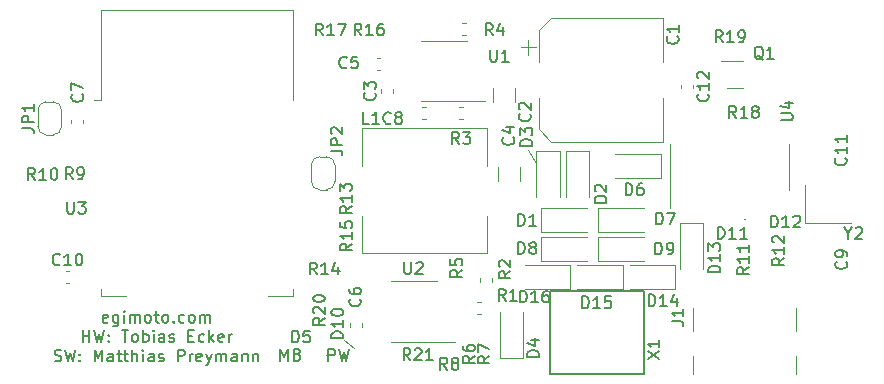
<source format=gto>
G04 #@! TF.GenerationSoftware,KiCad,Pcbnew,5.1.5+dfsg1-2build2*
G04 #@! TF.CreationDate,2023-05-04T15:53:08+02:00*
G04 #@! TF.ProjectId,MBus_to_radio,4d427573-5f74-46f5-9f72-6164696f2e6b,rev?*
G04 #@! TF.SameCoordinates,Original*
G04 #@! TF.FileFunction,Legend,Top*
G04 #@! TF.FilePolarity,Positive*
%FSLAX46Y46*%
G04 Gerber Fmt 4.6, Leading zero omitted, Abs format (unit mm)*
G04 Created by KiCad (PCBNEW 5.1.5+dfsg1-2build2) date 2023-05-04 15:53:08*
%MOMM*%
%LPD*%
G04 APERTURE LIST*
%ADD10C,0.120000*%
%ADD11C,0.150000*%
%ADD12C,0.100000*%
%ADD13C,0.127000*%
G04 APERTURE END LIST*
D10*
X121070000Y-79780000D02*
X120240000Y-79070000D01*
D11*
X114806666Y-80802380D02*
X114806666Y-79802380D01*
X115140000Y-80516666D01*
X115473333Y-79802380D01*
X115473333Y-80802380D01*
X116282857Y-80278571D02*
X116425714Y-80326190D01*
X116473333Y-80373809D01*
X116520952Y-80469047D01*
X116520952Y-80611904D01*
X116473333Y-80707142D01*
X116425714Y-80754761D01*
X116330476Y-80802380D01*
X115949523Y-80802380D01*
X115949523Y-79802380D01*
X116282857Y-79802380D01*
X116378095Y-79850000D01*
X116425714Y-79897619D01*
X116473333Y-79992857D01*
X116473333Y-80088095D01*
X116425714Y-80183333D01*
X116378095Y-80230952D01*
X116282857Y-80278571D01*
X115949523Y-80278571D01*
X118896666Y-80822380D02*
X118896666Y-79822380D01*
X119277619Y-79822380D01*
X119372857Y-79870000D01*
X119420476Y-79917619D01*
X119468095Y-80012857D01*
X119468095Y-80155714D01*
X119420476Y-80250952D01*
X119372857Y-80298571D01*
X119277619Y-80346190D01*
X118896666Y-80346190D01*
X119801428Y-79822380D02*
X120039523Y-80822380D01*
X120230000Y-80108095D01*
X120420476Y-80822380D01*
X120658571Y-79822380D01*
D10*
X135810000Y-62970000D02*
X136460000Y-64040000D01*
D11*
X100217142Y-77534761D02*
X100121904Y-77582380D01*
X99931428Y-77582380D01*
X99836190Y-77534761D01*
X99788571Y-77439523D01*
X99788571Y-77058571D01*
X99836190Y-76963333D01*
X99931428Y-76915714D01*
X100121904Y-76915714D01*
X100217142Y-76963333D01*
X100264761Y-77058571D01*
X100264761Y-77153809D01*
X99788571Y-77249047D01*
X101121904Y-76915714D02*
X101121904Y-77725238D01*
X101074285Y-77820476D01*
X101026666Y-77868095D01*
X100931428Y-77915714D01*
X100788571Y-77915714D01*
X100693333Y-77868095D01*
X101121904Y-77534761D02*
X101026666Y-77582380D01*
X100836190Y-77582380D01*
X100740952Y-77534761D01*
X100693333Y-77487142D01*
X100645714Y-77391904D01*
X100645714Y-77106190D01*
X100693333Y-77010952D01*
X100740952Y-76963333D01*
X100836190Y-76915714D01*
X101026666Y-76915714D01*
X101121904Y-76963333D01*
X101598095Y-77582380D02*
X101598095Y-76915714D01*
X101598095Y-76582380D02*
X101550476Y-76630000D01*
X101598095Y-76677619D01*
X101645714Y-76630000D01*
X101598095Y-76582380D01*
X101598095Y-76677619D01*
X102074285Y-77582380D02*
X102074285Y-76915714D01*
X102074285Y-77010952D02*
X102121904Y-76963333D01*
X102217142Y-76915714D01*
X102360000Y-76915714D01*
X102455238Y-76963333D01*
X102502857Y-77058571D01*
X102502857Y-77582380D01*
X102502857Y-77058571D02*
X102550476Y-76963333D01*
X102645714Y-76915714D01*
X102788571Y-76915714D01*
X102883809Y-76963333D01*
X102931428Y-77058571D01*
X102931428Y-77582380D01*
X103550476Y-77582380D02*
X103455238Y-77534761D01*
X103407619Y-77487142D01*
X103360000Y-77391904D01*
X103360000Y-77106190D01*
X103407619Y-77010952D01*
X103455238Y-76963333D01*
X103550476Y-76915714D01*
X103693333Y-76915714D01*
X103788571Y-76963333D01*
X103836190Y-77010952D01*
X103883809Y-77106190D01*
X103883809Y-77391904D01*
X103836190Y-77487142D01*
X103788571Y-77534761D01*
X103693333Y-77582380D01*
X103550476Y-77582380D01*
X104169523Y-76915714D02*
X104550476Y-76915714D01*
X104312380Y-76582380D02*
X104312380Y-77439523D01*
X104360000Y-77534761D01*
X104455238Y-77582380D01*
X104550476Y-77582380D01*
X105026666Y-77582380D02*
X104931428Y-77534761D01*
X104883809Y-77487142D01*
X104836190Y-77391904D01*
X104836190Y-77106190D01*
X104883809Y-77010952D01*
X104931428Y-76963333D01*
X105026666Y-76915714D01*
X105169523Y-76915714D01*
X105264761Y-76963333D01*
X105312380Y-77010952D01*
X105360000Y-77106190D01*
X105360000Y-77391904D01*
X105312380Y-77487142D01*
X105264761Y-77534761D01*
X105169523Y-77582380D01*
X105026666Y-77582380D01*
X105788571Y-77487142D02*
X105836190Y-77534761D01*
X105788571Y-77582380D01*
X105740952Y-77534761D01*
X105788571Y-77487142D01*
X105788571Y-77582380D01*
X106693333Y-77534761D02*
X106598095Y-77582380D01*
X106407619Y-77582380D01*
X106312380Y-77534761D01*
X106264761Y-77487142D01*
X106217142Y-77391904D01*
X106217142Y-77106190D01*
X106264761Y-77010952D01*
X106312380Y-76963333D01*
X106407619Y-76915714D01*
X106598095Y-76915714D01*
X106693333Y-76963333D01*
X107264761Y-77582380D02*
X107169523Y-77534761D01*
X107121904Y-77487142D01*
X107074285Y-77391904D01*
X107074285Y-77106190D01*
X107121904Y-77010952D01*
X107169523Y-76963333D01*
X107264761Y-76915714D01*
X107407619Y-76915714D01*
X107502857Y-76963333D01*
X107550476Y-77010952D01*
X107598095Y-77106190D01*
X107598095Y-77391904D01*
X107550476Y-77487142D01*
X107502857Y-77534761D01*
X107407619Y-77582380D01*
X107264761Y-77582380D01*
X108026666Y-77582380D02*
X108026666Y-76915714D01*
X108026666Y-77010952D02*
X108074285Y-76963333D01*
X108169523Y-76915714D01*
X108312380Y-76915714D01*
X108407619Y-76963333D01*
X108455238Y-77058571D01*
X108455238Y-77582380D01*
X108455238Y-77058571D02*
X108502857Y-76963333D01*
X108598095Y-76915714D01*
X108740952Y-76915714D01*
X108836190Y-76963333D01*
X108883809Y-77058571D01*
X108883809Y-77582380D01*
X98098095Y-79232380D02*
X98098095Y-78232380D01*
X98098095Y-78708571D02*
X98669523Y-78708571D01*
X98669523Y-79232380D02*
X98669523Y-78232380D01*
X99050476Y-78232380D02*
X99288571Y-79232380D01*
X99479047Y-78518095D01*
X99669523Y-79232380D01*
X99907619Y-78232380D01*
X100288571Y-79137142D02*
X100336190Y-79184761D01*
X100288571Y-79232380D01*
X100240952Y-79184761D01*
X100288571Y-79137142D01*
X100288571Y-79232380D01*
X100288571Y-78613333D02*
X100336190Y-78660952D01*
X100288571Y-78708571D01*
X100240952Y-78660952D01*
X100288571Y-78613333D01*
X100288571Y-78708571D01*
X101383809Y-78232380D02*
X101955238Y-78232380D01*
X101669523Y-79232380D02*
X101669523Y-78232380D01*
X102431428Y-79232380D02*
X102336190Y-79184761D01*
X102288571Y-79137142D01*
X102240952Y-79041904D01*
X102240952Y-78756190D01*
X102288571Y-78660952D01*
X102336190Y-78613333D01*
X102431428Y-78565714D01*
X102574285Y-78565714D01*
X102669523Y-78613333D01*
X102717142Y-78660952D01*
X102764761Y-78756190D01*
X102764761Y-79041904D01*
X102717142Y-79137142D01*
X102669523Y-79184761D01*
X102574285Y-79232380D01*
X102431428Y-79232380D01*
X103193333Y-79232380D02*
X103193333Y-78232380D01*
X103193333Y-78613333D02*
X103288571Y-78565714D01*
X103479047Y-78565714D01*
X103574285Y-78613333D01*
X103621904Y-78660952D01*
X103669523Y-78756190D01*
X103669523Y-79041904D01*
X103621904Y-79137142D01*
X103574285Y-79184761D01*
X103479047Y-79232380D01*
X103288571Y-79232380D01*
X103193333Y-79184761D01*
X104098095Y-79232380D02*
X104098095Y-78565714D01*
X104098095Y-78232380D02*
X104050476Y-78280000D01*
X104098095Y-78327619D01*
X104145714Y-78280000D01*
X104098095Y-78232380D01*
X104098095Y-78327619D01*
X105002857Y-79232380D02*
X105002857Y-78708571D01*
X104955238Y-78613333D01*
X104860000Y-78565714D01*
X104669523Y-78565714D01*
X104574285Y-78613333D01*
X105002857Y-79184761D02*
X104907619Y-79232380D01*
X104669523Y-79232380D01*
X104574285Y-79184761D01*
X104526666Y-79089523D01*
X104526666Y-78994285D01*
X104574285Y-78899047D01*
X104669523Y-78851428D01*
X104907619Y-78851428D01*
X105002857Y-78803809D01*
X105431428Y-79184761D02*
X105526666Y-79232380D01*
X105717142Y-79232380D01*
X105812380Y-79184761D01*
X105860000Y-79089523D01*
X105860000Y-79041904D01*
X105812380Y-78946666D01*
X105717142Y-78899047D01*
X105574285Y-78899047D01*
X105479047Y-78851428D01*
X105431428Y-78756190D01*
X105431428Y-78708571D01*
X105479047Y-78613333D01*
X105574285Y-78565714D01*
X105717142Y-78565714D01*
X105812380Y-78613333D01*
X107050476Y-78708571D02*
X107383809Y-78708571D01*
X107526666Y-79232380D02*
X107050476Y-79232380D01*
X107050476Y-78232380D01*
X107526666Y-78232380D01*
X108383809Y-79184761D02*
X108288571Y-79232380D01*
X108098095Y-79232380D01*
X108002857Y-79184761D01*
X107955238Y-79137142D01*
X107907619Y-79041904D01*
X107907619Y-78756190D01*
X107955238Y-78660952D01*
X108002857Y-78613333D01*
X108098095Y-78565714D01*
X108288571Y-78565714D01*
X108383809Y-78613333D01*
X108812380Y-79232380D02*
X108812380Y-78232380D01*
X108907619Y-78851428D02*
X109193333Y-79232380D01*
X109193333Y-78565714D02*
X108812380Y-78946666D01*
X110002857Y-79184761D02*
X109907619Y-79232380D01*
X109717142Y-79232380D01*
X109621904Y-79184761D01*
X109574285Y-79089523D01*
X109574285Y-78708571D01*
X109621904Y-78613333D01*
X109717142Y-78565714D01*
X109907619Y-78565714D01*
X110002857Y-78613333D01*
X110050476Y-78708571D01*
X110050476Y-78803809D01*
X109574285Y-78899047D01*
X110479047Y-79232380D02*
X110479047Y-78565714D01*
X110479047Y-78756190D02*
X110526666Y-78660952D01*
X110574285Y-78613333D01*
X110669523Y-78565714D01*
X110764761Y-78565714D01*
X95717142Y-80834761D02*
X95860000Y-80882380D01*
X96098095Y-80882380D01*
X96193333Y-80834761D01*
X96240952Y-80787142D01*
X96288571Y-80691904D01*
X96288571Y-80596666D01*
X96240952Y-80501428D01*
X96193333Y-80453809D01*
X96098095Y-80406190D01*
X95907619Y-80358571D01*
X95812380Y-80310952D01*
X95764761Y-80263333D01*
X95717142Y-80168095D01*
X95717142Y-80072857D01*
X95764761Y-79977619D01*
X95812380Y-79930000D01*
X95907619Y-79882380D01*
X96145714Y-79882380D01*
X96288571Y-79930000D01*
X96621904Y-79882380D02*
X96860000Y-80882380D01*
X97050476Y-80168095D01*
X97240952Y-80882380D01*
X97479047Y-79882380D01*
X97860000Y-80787142D02*
X97907619Y-80834761D01*
X97860000Y-80882380D01*
X97812380Y-80834761D01*
X97860000Y-80787142D01*
X97860000Y-80882380D01*
X97860000Y-80263333D02*
X97907619Y-80310952D01*
X97860000Y-80358571D01*
X97812380Y-80310952D01*
X97860000Y-80263333D01*
X97860000Y-80358571D01*
X99098095Y-80882380D02*
X99098095Y-79882380D01*
X99431428Y-80596666D01*
X99764761Y-79882380D01*
X99764761Y-80882380D01*
X100669523Y-80882380D02*
X100669523Y-80358571D01*
X100621904Y-80263333D01*
X100526666Y-80215714D01*
X100336190Y-80215714D01*
X100240952Y-80263333D01*
X100669523Y-80834761D02*
X100574285Y-80882380D01*
X100336190Y-80882380D01*
X100240952Y-80834761D01*
X100193333Y-80739523D01*
X100193333Y-80644285D01*
X100240952Y-80549047D01*
X100336190Y-80501428D01*
X100574285Y-80501428D01*
X100669523Y-80453809D01*
X101002857Y-80215714D02*
X101383809Y-80215714D01*
X101145714Y-79882380D02*
X101145714Y-80739523D01*
X101193333Y-80834761D01*
X101288571Y-80882380D01*
X101383809Y-80882380D01*
X101574285Y-80215714D02*
X101955238Y-80215714D01*
X101717142Y-79882380D02*
X101717142Y-80739523D01*
X101764761Y-80834761D01*
X101860000Y-80882380D01*
X101955238Y-80882380D01*
X102288571Y-80882380D02*
X102288571Y-79882380D01*
X102717142Y-80882380D02*
X102717142Y-80358571D01*
X102669523Y-80263333D01*
X102574285Y-80215714D01*
X102431428Y-80215714D01*
X102336190Y-80263333D01*
X102288571Y-80310952D01*
X103193333Y-80882380D02*
X103193333Y-80215714D01*
X103193333Y-79882380D02*
X103145714Y-79930000D01*
X103193333Y-79977619D01*
X103240952Y-79930000D01*
X103193333Y-79882380D01*
X103193333Y-79977619D01*
X104098095Y-80882380D02*
X104098095Y-80358571D01*
X104050476Y-80263333D01*
X103955238Y-80215714D01*
X103764761Y-80215714D01*
X103669523Y-80263333D01*
X104098095Y-80834761D02*
X104002857Y-80882380D01*
X103764761Y-80882380D01*
X103669523Y-80834761D01*
X103621904Y-80739523D01*
X103621904Y-80644285D01*
X103669523Y-80549047D01*
X103764761Y-80501428D01*
X104002857Y-80501428D01*
X104098095Y-80453809D01*
X104526666Y-80834761D02*
X104621904Y-80882380D01*
X104812380Y-80882380D01*
X104907619Y-80834761D01*
X104955238Y-80739523D01*
X104955238Y-80691904D01*
X104907619Y-80596666D01*
X104812380Y-80549047D01*
X104669523Y-80549047D01*
X104574285Y-80501428D01*
X104526666Y-80406190D01*
X104526666Y-80358571D01*
X104574285Y-80263333D01*
X104669523Y-80215714D01*
X104812380Y-80215714D01*
X104907619Y-80263333D01*
X106145714Y-80882380D02*
X106145714Y-79882380D01*
X106526666Y-79882380D01*
X106621904Y-79930000D01*
X106669523Y-79977619D01*
X106717142Y-80072857D01*
X106717142Y-80215714D01*
X106669523Y-80310952D01*
X106621904Y-80358571D01*
X106526666Y-80406190D01*
X106145714Y-80406190D01*
X107145714Y-80882380D02*
X107145714Y-80215714D01*
X107145714Y-80406190D02*
X107193333Y-80310952D01*
X107240952Y-80263333D01*
X107336190Y-80215714D01*
X107431428Y-80215714D01*
X108145714Y-80834761D02*
X108050476Y-80882380D01*
X107860000Y-80882380D01*
X107764761Y-80834761D01*
X107717142Y-80739523D01*
X107717142Y-80358571D01*
X107764761Y-80263333D01*
X107860000Y-80215714D01*
X108050476Y-80215714D01*
X108145714Y-80263333D01*
X108193333Y-80358571D01*
X108193333Y-80453809D01*
X107717142Y-80549047D01*
X108526666Y-80215714D02*
X108764761Y-80882380D01*
X109002857Y-80215714D02*
X108764761Y-80882380D01*
X108669523Y-81120476D01*
X108621904Y-81168095D01*
X108526666Y-81215714D01*
X109383809Y-80882380D02*
X109383809Y-80215714D01*
X109383809Y-80310952D02*
X109431428Y-80263333D01*
X109526666Y-80215714D01*
X109669523Y-80215714D01*
X109764761Y-80263333D01*
X109812380Y-80358571D01*
X109812380Y-80882380D01*
X109812380Y-80358571D02*
X109860000Y-80263333D01*
X109955238Y-80215714D01*
X110098095Y-80215714D01*
X110193333Y-80263333D01*
X110240952Y-80358571D01*
X110240952Y-80882380D01*
X111145714Y-80882380D02*
X111145714Y-80358571D01*
X111098095Y-80263333D01*
X111002857Y-80215714D01*
X110812380Y-80215714D01*
X110717142Y-80263333D01*
X111145714Y-80834761D02*
X111050476Y-80882380D01*
X110812380Y-80882380D01*
X110717142Y-80834761D01*
X110669523Y-80739523D01*
X110669523Y-80644285D01*
X110717142Y-80549047D01*
X110812380Y-80501428D01*
X111050476Y-80501428D01*
X111145714Y-80453809D01*
X111621904Y-80215714D02*
X111621904Y-80882380D01*
X111621904Y-80310952D02*
X111669523Y-80263333D01*
X111764761Y-80215714D01*
X111907619Y-80215714D01*
X112002857Y-80263333D01*
X112050476Y-80358571D01*
X112050476Y-80882380D01*
X112526666Y-80215714D02*
X112526666Y-80882380D01*
X112526666Y-80310952D02*
X112574285Y-80263333D01*
X112669523Y-80215714D01*
X112812380Y-80215714D01*
X112907619Y-80263333D01*
X112955238Y-80358571D01*
X112955238Y-80882380D01*
D12*
X154165000Y-68860000D02*
G75*
G03X154165000Y-68860000I-50000J0D01*
G01*
X154225000Y-68860000D02*
G75*
G03X154225000Y-68860000I-50000J0D01*
G01*
D10*
X139370000Y-74710000D02*
X135520000Y-74710000D01*
X139370000Y-72710000D02*
X135520000Y-72710000D01*
X139370000Y-74710000D02*
X139370000Y-72710000D01*
X143810000Y-74720000D02*
X139960000Y-74720000D01*
X143810000Y-72720000D02*
X139960000Y-72720000D01*
X143810000Y-74720000D02*
X143810000Y-72720000D01*
X148260000Y-74710000D02*
X144410000Y-74710000D01*
X148260000Y-72710000D02*
X144410000Y-72710000D01*
X148260000Y-74710000D02*
X148260000Y-72710000D01*
X150640000Y-69170000D02*
X150640000Y-73020000D01*
X148640000Y-69170000D02*
X148640000Y-73020000D01*
X150640000Y-69170000D02*
X148640000Y-69170000D01*
X117450000Y-65640000D02*
X117450000Y-64240000D01*
X118150000Y-63540000D02*
X118750000Y-63540000D01*
X119450000Y-64240000D02*
X119450000Y-65640000D01*
X118750000Y-66340000D02*
X118150000Y-66340000D01*
X118150000Y-66340000D02*
G75*
G02X117450000Y-65640000I0J700000D01*
G01*
X119450000Y-65640000D02*
G75*
G02X118750000Y-66340000I-700000J0D01*
G01*
X118750000Y-63540000D02*
G75*
G02X119450000Y-64240000I0J-700000D01*
G01*
X117450000Y-64240000D02*
G75*
G02X118150000Y-63540000I700000J0D01*
G01*
X94300000Y-60990000D02*
X94300000Y-59590000D01*
X95000000Y-58890000D02*
X95600000Y-58890000D01*
X96300000Y-59590000D02*
X96300000Y-60990000D01*
X95600000Y-61690000D02*
X95000000Y-61690000D01*
X95000000Y-61690000D02*
G75*
G02X94300000Y-60990000I0J700000D01*
G01*
X96300000Y-60990000D02*
G75*
G02X95600000Y-61690000I-700000J0D01*
G01*
X95600000Y-58890000D02*
G75*
G02X96300000Y-59590000I0J-700000D01*
G01*
X94300000Y-59590000D02*
G75*
G02X95000000Y-58890000I700000J0D01*
G01*
X132310000Y-61130000D02*
X132310000Y-64330000D01*
X121710000Y-61130000D02*
X132310000Y-61130000D01*
X121710000Y-64330000D02*
X121710000Y-61130000D01*
X121710000Y-71730000D02*
X121710000Y-68530000D01*
X132310000Y-71730000D02*
X121710000Y-71730000D01*
X132310000Y-68530000D02*
X132310000Y-71730000D01*
X135835000Y-53655000D02*
X135835000Y-54905000D01*
X135210000Y-54280000D02*
X136460000Y-54280000D01*
X136700000Y-61235563D02*
X137764437Y-62300000D01*
X136700000Y-52844437D02*
X137764437Y-51780000D01*
X136700000Y-52844437D02*
X136700000Y-55530000D01*
X136700000Y-61235563D02*
X136700000Y-58550000D01*
X137764437Y-62300000D02*
X147220000Y-62300000D01*
X137764437Y-51780000D02*
X147220000Y-51780000D01*
X147220000Y-51780000D02*
X147220000Y-55530000D01*
X147220000Y-62300000D02*
X147220000Y-58550000D01*
D13*
X145610000Y-81950000D02*
X137690000Y-81950000D01*
X137690000Y-74950000D02*
X145610000Y-74950000D01*
X145610000Y-74950000D02*
X145610000Y-81950000D01*
X137690000Y-81950000D02*
X137690000Y-74950000D01*
D10*
X158450000Y-80388200D02*
X158450000Y-81925000D01*
X149800000Y-80388200D02*
X149800000Y-81925000D01*
X158450000Y-76375000D02*
X158450000Y-78275000D01*
X149800000Y-76375000D02*
X149800000Y-78275000D01*
X128700000Y-58835000D02*
X132150000Y-58835000D01*
X128700000Y-58835000D02*
X126750000Y-58835000D01*
X128700000Y-53715000D02*
X130650000Y-53715000D01*
X128700000Y-53715000D02*
X126750000Y-53715000D01*
X159225000Y-69175000D02*
X163125000Y-69175000D01*
X159225000Y-65975000D02*
X159225000Y-69175000D01*
X147815000Y-64450000D02*
X147815000Y-67900000D01*
X147815000Y-64450000D02*
X147815000Y-62500000D01*
X157935000Y-64450000D02*
X157935000Y-66400000D01*
X157935000Y-64450000D02*
X157935000Y-62500000D01*
X99680000Y-58730000D02*
X99070000Y-58730000D01*
X99680000Y-58730000D02*
X99680000Y-51110000D01*
X99680000Y-75350000D02*
X99680000Y-74730000D01*
X101800000Y-75350000D02*
X99680000Y-75350000D01*
X115920000Y-75350000D02*
X113800000Y-75350000D01*
X115920000Y-74730000D02*
X115920000Y-75350000D01*
X115920000Y-51110000D02*
X115920000Y-58730000D01*
X99680000Y-51110000D02*
X115920000Y-51110000D01*
X126160000Y-79210000D02*
X129610000Y-79210000D01*
X126160000Y-79210000D02*
X124210000Y-79210000D01*
X126160000Y-74090000D02*
X128110000Y-74090000D01*
X126160000Y-74090000D02*
X124210000Y-74090000D01*
X130224721Y-53210000D02*
X130550279Y-53210000D01*
X130224721Y-52190000D02*
X130550279Y-52190000D01*
X129949721Y-60385000D02*
X130275279Y-60385000D01*
X129949721Y-59365000D02*
X130275279Y-59365000D01*
X131750000Y-73794721D02*
X131750000Y-74120279D01*
X132770000Y-73794721D02*
X132770000Y-74120279D01*
X131514721Y-76830000D02*
X131840279Y-76830000D01*
X131514721Y-75810000D02*
X131840279Y-75810000D01*
X152625000Y-57760000D02*
X154025000Y-57760000D01*
X154025000Y-55440000D02*
X152125000Y-55440000D01*
D12*
X122840000Y-80410000D02*
G75*
G03X122840000Y-80410000I-50000J0D01*
G01*
D10*
X141750000Y-70375000D02*
X145650000Y-70375000D01*
X141750000Y-72375000D02*
X145650000Y-72375000D01*
X141750000Y-70375000D02*
X141750000Y-72375000D01*
X136900000Y-70375000D02*
X140800000Y-70375000D01*
X136900000Y-72375000D02*
X140800000Y-72375000D01*
X136900000Y-70375000D02*
X136900000Y-72375000D01*
X141750000Y-67925000D02*
X145650000Y-67925000D01*
X141750000Y-69925000D02*
X145650000Y-69925000D01*
X141750000Y-67925000D02*
X141750000Y-69925000D01*
X147050000Y-65350000D02*
X143150000Y-65350000D01*
X147050000Y-63350000D02*
X143150000Y-63350000D01*
X147050000Y-65350000D02*
X147050000Y-63350000D01*
D12*
X118745000Y-80410000D02*
G75*
G03X118745000Y-80410000I-50000J0D01*
G01*
D10*
X133400000Y-80580000D02*
X133400000Y-76680000D01*
X135400000Y-80580000D02*
X135400000Y-76680000D01*
X133400000Y-80580000D02*
X135400000Y-80580000D01*
X138500000Y-63025000D02*
X138500000Y-66925000D01*
X136500000Y-63025000D02*
X136500000Y-66925000D01*
X138500000Y-63025000D02*
X136500000Y-63025000D01*
X140975000Y-63025000D02*
X140975000Y-66925000D01*
X138975000Y-63025000D02*
X138975000Y-66925000D01*
X140975000Y-63025000D02*
X138975000Y-63025000D01*
X136900000Y-67925000D02*
X140800000Y-67925000D01*
X136900000Y-69925000D02*
X140800000Y-69925000D01*
X136900000Y-67925000D02*
X136900000Y-69925000D01*
X148715000Y-57437221D02*
X148715000Y-57762779D01*
X149735000Y-57437221D02*
X149735000Y-57762779D01*
X96639721Y-74240000D02*
X96965279Y-74240000D01*
X96639721Y-73220000D02*
X96965279Y-73220000D01*
X127150279Y-59365000D02*
X126824721Y-59365000D01*
X127150279Y-60385000D02*
X126824721Y-60385000D01*
X98130000Y-60720279D02*
X98130000Y-60394721D01*
X97110000Y-60720279D02*
X97110000Y-60394721D01*
X120720000Y-77607221D02*
X120720000Y-77932779D01*
X121740000Y-77607221D02*
X121740000Y-77932779D01*
X122974721Y-56185000D02*
X123300279Y-56185000D01*
X122974721Y-55165000D02*
X123300279Y-55165000D01*
X133260000Y-64437936D02*
X133260000Y-65642064D01*
X135080000Y-64437936D02*
X135080000Y-65642064D01*
X123390000Y-57799721D02*
X123390000Y-58125279D01*
X124410000Y-57799721D02*
X124410000Y-58125279D01*
X134660000Y-58927064D02*
X134660000Y-57722936D01*
X132840000Y-58927064D02*
X132840000Y-57722936D01*
D11*
X156365714Y-69532380D02*
X156365714Y-68532380D01*
X156603809Y-68532380D01*
X156746666Y-68580000D01*
X156841904Y-68675238D01*
X156889523Y-68770476D01*
X156937142Y-68960952D01*
X156937142Y-69103809D01*
X156889523Y-69294285D01*
X156841904Y-69389523D01*
X156746666Y-69484761D01*
X156603809Y-69532380D01*
X156365714Y-69532380D01*
X157889523Y-69532380D02*
X157318095Y-69532380D01*
X157603809Y-69532380D02*
X157603809Y-68532380D01*
X157508571Y-68675238D01*
X157413333Y-68770476D01*
X157318095Y-68818095D01*
X158270476Y-68627619D02*
X158318095Y-68580000D01*
X158413333Y-68532380D01*
X158651428Y-68532380D01*
X158746666Y-68580000D01*
X158794285Y-68627619D01*
X158841904Y-68722857D01*
X158841904Y-68818095D01*
X158794285Y-68960952D01*
X158222857Y-69532380D01*
X158841904Y-69532380D01*
X151870714Y-70482380D02*
X151870714Y-69482380D01*
X152108809Y-69482380D01*
X152251666Y-69530000D01*
X152346904Y-69625238D01*
X152394523Y-69720476D01*
X152442142Y-69910952D01*
X152442142Y-70053809D01*
X152394523Y-70244285D01*
X152346904Y-70339523D01*
X152251666Y-70434761D01*
X152108809Y-70482380D01*
X151870714Y-70482380D01*
X153394523Y-70482380D02*
X152823095Y-70482380D01*
X153108809Y-70482380D02*
X153108809Y-69482380D01*
X153013571Y-69625238D01*
X152918333Y-69720476D01*
X152823095Y-69768095D01*
X154346904Y-70482380D02*
X153775476Y-70482380D01*
X154061190Y-70482380D02*
X154061190Y-69482380D01*
X153965952Y-69625238D01*
X153870714Y-69720476D01*
X153775476Y-69768095D01*
X135115714Y-75872380D02*
X135115714Y-74872380D01*
X135353809Y-74872380D01*
X135496666Y-74920000D01*
X135591904Y-75015238D01*
X135639523Y-75110476D01*
X135687142Y-75300952D01*
X135687142Y-75443809D01*
X135639523Y-75634285D01*
X135591904Y-75729523D01*
X135496666Y-75824761D01*
X135353809Y-75872380D01*
X135115714Y-75872380D01*
X136639523Y-75872380D02*
X136068095Y-75872380D01*
X136353809Y-75872380D02*
X136353809Y-74872380D01*
X136258571Y-75015238D01*
X136163333Y-75110476D01*
X136068095Y-75158095D01*
X137496666Y-74872380D02*
X137306190Y-74872380D01*
X137210952Y-74920000D01*
X137163333Y-74967619D01*
X137068095Y-75110476D01*
X137020476Y-75300952D01*
X137020476Y-75681904D01*
X137068095Y-75777142D01*
X137115714Y-75824761D01*
X137210952Y-75872380D01*
X137401428Y-75872380D01*
X137496666Y-75824761D01*
X137544285Y-75777142D01*
X137591904Y-75681904D01*
X137591904Y-75443809D01*
X137544285Y-75348571D01*
X137496666Y-75300952D01*
X137401428Y-75253333D01*
X137210952Y-75253333D01*
X137115714Y-75300952D01*
X137068095Y-75348571D01*
X137020476Y-75443809D01*
X140385714Y-76372380D02*
X140385714Y-75372380D01*
X140623809Y-75372380D01*
X140766666Y-75420000D01*
X140861904Y-75515238D01*
X140909523Y-75610476D01*
X140957142Y-75800952D01*
X140957142Y-75943809D01*
X140909523Y-76134285D01*
X140861904Y-76229523D01*
X140766666Y-76324761D01*
X140623809Y-76372380D01*
X140385714Y-76372380D01*
X141909523Y-76372380D02*
X141338095Y-76372380D01*
X141623809Y-76372380D02*
X141623809Y-75372380D01*
X141528571Y-75515238D01*
X141433333Y-75610476D01*
X141338095Y-75658095D01*
X142814285Y-75372380D02*
X142338095Y-75372380D01*
X142290476Y-75848571D01*
X142338095Y-75800952D01*
X142433333Y-75753333D01*
X142671428Y-75753333D01*
X142766666Y-75800952D01*
X142814285Y-75848571D01*
X142861904Y-75943809D01*
X142861904Y-76181904D01*
X142814285Y-76277142D01*
X142766666Y-76324761D01*
X142671428Y-76372380D01*
X142433333Y-76372380D01*
X142338095Y-76324761D01*
X142290476Y-76277142D01*
X146015714Y-76202380D02*
X146015714Y-75202380D01*
X146253809Y-75202380D01*
X146396666Y-75250000D01*
X146491904Y-75345238D01*
X146539523Y-75440476D01*
X146587142Y-75630952D01*
X146587142Y-75773809D01*
X146539523Y-75964285D01*
X146491904Y-76059523D01*
X146396666Y-76154761D01*
X146253809Y-76202380D01*
X146015714Y-76202380D01*
X147539523Y-76202380D02*
X146968095Y-76202380D01*
X147253809Y-76202380D02*
X147253809Y-75202380D01*
X147158571Y-75345238D01*
X147063333Y-75440476D01*
X146968095Y-75488095D01*
X148396666Y-75535714D02*
X148396666Y-76202380D01*
X148158571Y-75154761D02*
X147920476Y-75869047D01*
X148539523Y-75869047D01*
X152072380Y-73344285D02*
X151072380Y-73344285D01*
X151072380Y-73106190D01*
X151120000Y-72963333D01*
X151215238Y-72868095D01*
X151310476Y-72820476D01*
X151500952Y-72772857D01*
X151643809Y-72772857D01*
X151834285Y-72820476D01*
X151929523Y-72868095D01*
X152024761Y-72963333D01*
X152072380Y-73106190D01*
X152072380Y-73344285D01*
X152072380Y-71820476D02*
X152072380Y-72391904D01*
X152072380Y-72106190D02*
X151072380Y-72106190D01*
X151215238Y-72201428D01*
X151310476Y-72296666D01*
X151358095Y-72391904D01*
X151072380Y-71487142D02*
X151072380Y-70868095D01*
X151453333Y-71201428D01*
X151453333Y-71058571D01*
X151500952Y-70963333D01*
X151548571Y-70915714D01*
X151643809Y-70868095D01*
X151881904Y-70868095D01*
X151977142Y-70915714D01*
X152024761Y-70963333D01*
X152072380Y-71058571D01*
X152072380Y-71344285D01*
X152024761Y-71439523D01*
X151977142Y-71487142D01*
X119082380Y-63043333D02*
X119796666Y-63043333D01*
X119939523Y-63090952D01*
X120034761Y-63186190D01*
X120082380Y-63329047D01*
X120082380Y-63424285D01*
X120082380Y-62567142D02*
X119082380Y-62567142D01*
X119082380Y-62186190D01*
X119130000Y-62090952D01*
X119177619Y-62043333D01*
X119272857Y-61995714D01*
X119415714Y-61995714D01*
X119510952Y-62043333D01*
X119558571Y-62090952D01*
X119606190Y-62186190D01*
X119606190Y-62567142D01*
X119177619Y-61614761D02*
X119130000Y-61567142D01*
X119082380Y-61471904D01*
X119082380Y-61233809D01*
X119130000Y-61138571D01*
X119177619Y-61090952D01*
X119272857Y-61043333D01*
X119368095Y-61043333D01*
X119510952Y-61090952D01*
X120082380Y-61662380D01*
X120082380Y-61043333D01*
X92952380Y-61123333D02*
X93666666Y-61123333D01*
X93809523Y-61170952D01*
X93904761Y-61266190D01*
X93952380Y-61409047D01*
X93952380Y-61504285D01*
X93952380Y-60647142D02*
X92952380Y-60647142D01*
X92952380Y-60266190D01*
X93000000Y-60170952D01*
X93047619Y-60123333D01*
X93142857Y-60075714D01*
X93285714Y-60075714D01*
X93380952Y-60123333D01*
X93428571Y-60170952D01*
X93476190Y-60266190D01*
X93476190Y-60647142D01*
X93952380Y-59123333D02*
X93952380Y-59694761D01*
X93952380Y-59409047D02*
X92952380Y-59409047D01*
X93095238Y-59504285D01*
X93190476Y-59599523D01*
X93238095Y-59694761D01*
X122343333Y-60742380D02*
X121867142Y-60742380D01*
X121867142Y-59742380D01*
X123200476Y-60742380D02*
X122629047Y-60742380D01*
X122914761Y-60742380D02*
X122914761Y-59742380D01*
X122819523Y-59885238D01*
X122724285Y-59980476D01*
X122629047Y-60028095D01*
X148447142Y-53356666D02*
X148494761Y-53404285D01*
X148542380Y-53547142D01*
X148542380Y-53642380D01*
X148494761Y-53785238D01*
X148399523Y-53880476D01*
X148304285Y-53928095D01*
X148113809Y-53975714D01*
X147970952Y-53975714D01*
X147780476Y-53928095D01*
X147685238Y-53880476D01*
X147590000Y-53785238D01*
X147542380Y-53642380D01*
X147542380Y-53547142D01*
X147590000Y-53404285D01*
X147637619Y-53356666D01*
X148542380Y-52404285D02*
X148542380Y-52975714D01*
X148542380Y-52690000D02*
X147542380Y-52690000D01*
X147685238Y-52785238D01*
X147780476Y-52880476D01*
X147828095Y-52975714D01*
X145922380Y-80649523D02*
X146922380Y-79982857D01*
X145922380Y-79982857D02*
X146922380Y-80649523D01*
X146922380Y-79078095D02*
X146922380Y-79649523D01*
X146922380Y-79363809D02*
X145922380Y-79363809D01*
X146065238Y-79459047D01*
X146160476Y-79554285D01*
X146208095Y-79649523D01*
X147952380Y-77463333D02*
X148666666Y-77463333D01*
X148809523Y-77510952D01*
X148904761Y-77606190D01*
X148952380Y-77749047D01*
X148952380Y-77844285D01*
X148952380Y-76463333D02*
X148952380Y-77034761D01*
X148952380Y-76749047D02*
X147952380Y-76749047D01*
X148095238Y-76844285D01*
X148190476Y-76939523D01*
X148238095Y-77034761D01*
X132588095Y-54492380D02*
X132588095Y-55301904D01*
X132635714Y-55397142D01*
X132683333Y-55444761D01*
X132778571Y-55492380D01*
X132969047Y-55492380D01*
X133064285Y-55444761D01*
X133111904Y-55397142D01*
X133159523Y-55301904D01*
X133159523Y-54492380D01*
X134159523Y-55492380D02*
X133588095Y-55492380D01*
X133873809Y-55492380D02*
X133873809Y-54492380D01*
X133778571Y-54635238D01*
X133683333Y-54730476D01*
X133588095Y-54778095D01*
X162923809Y-70016190D02*
X162923809Y-70492380D01*
X162590476Y-69492380D02*
X162923809Y-70016190D01*
X163257142Y-69492380D01*
X163542857Y-69587619D02*
X163590476Y-69540000D01*
X163685714Y-69492380D01*
X163923809Y-69492380D01*
X164019047Y-69540000D01*
X164066666Y-69587619D01*
X164114285Y-69682857D01*
X164114285Y-69778095D01*
X164066666Y-69920952D01*
X163495238Y-70492380D01*
X164114285Y-70492380D01*
X157212380Y-60451904D02*
X158021904Y-60451904D01*
X158117142Y-60404285D01*
X158164761Y-60356666D01*
X158212380Y-60261428D01*
X158212380Y-60070952D01*
X158164761Y-59975714D01*
X158117142Y-59928095D01*
X158021904Y-59880476D01*
X157212380Y-59880476D01*
X157545714Y-58975714D02*
X158212380Y-58975714D01*
X157164761Y-59213809D02*
X157879047Y-59451904D01*
X157879047Y-58832857D01*
X96778095Y-67362380D02*
X96778095Y-68171904D01*
X96825714Y-68267142D01*
X96873333Y-68314761D01*
X96968571Y-68362380D01*
X97159047Y-68362380D01*
X97254285Y-68314761D01*
X97301904Y-68267142D01*
X97349523Y-68171904D01*
X97349523Y-67362380D01*
X97730476Y-67362380D02*
X98349523Y-67362380D01*
X98016190Y-67743333D01*
X98159047Y-67743333D01*
X98254285Y-67790952D01*
X98301904Y-67838571D01*
X98349523Y-67933809D01*
X98349523Y-68171904D01*
X98301904Y-68267142D01*
X98254285Y-68314761D01*
X98159047Y-68362380D01*
X97873333Y-68362380D01*
X97778095Y-68314761D01*
X97730476Y-68267142D01*
X125318095Y-72472380D02*
X125318095Y-73281904D01*
X125365714Y-73377142D01*
X125413333Y-73424761D01*
X125508571Y-73472380D01*
X125699047Y-73472380D01*
X125794285Y-73424761D01*
X125841904Y-73377142D01*
X125889523Y-73281904D01*
X125889523Y-72472380D01*
X126318095Y-72567619D02*
X126365714Y-72520000D01*
X126460952Y-72472380D01*
X126699047Y-72472380D01*
X126794285Y-72520000D01*
X126841904Y-72567619D01*
X126889523Y-72662857D01*
X126889523Y-72758095D01*
X126841904Y-72900952D01*
X126270476Y-73472380D01*
X126889523Y-73472380D01*
X125837142Y-80772380D02*
X125503809Y-80296190D01*
X125265714Y-80772380D02*
X125265714Y-79772380D01*
X125646666Y-79772380D01*
X125741904Y-79820000D01*
X125789523Y-79867619D01*
X125837142Y-79962857D01*
X125837142Y-80105714D01*
X125789523Y-80200952D01*
X125741904Y-80248571D01*
X125646666Y-80296190D01*
X125265714Y-80296190D01*
X126218095Y-79867619D02*
X126265714Y-79820000D01*
X126360952Y-79772380D01*
X126599047Y-79772380D01*
X126694285Y-79820000D01*
X126741904Y-79867619D01*
X126789523Y-79962857D01*
X126789523Y-80058095D01*
X126741904Y-80200952D01*
X126170476Y-80772380D01*
X126789523Y-80772380D01*
X127741904Y-80772380D02*
X127170476Y-80772380D01*
X127456190Y-80772380D02*
X127456190Y-79772380D01*
X127360952Y-79915238D01*
X127265714Y-80010476D01*
X127170476Y-80058095D01*
X118592380Y-77182857D02*
X118116190Y-77516190D01*
X118592380Y-77754285D02*
X117592380Y-77754285D01*
X117592380Y-77373333D01*
X117640000Y-77278095D01*
X117687619Y-77230476D01*
X117782857Y-77182857D01*
X117925714Y-77182857D01*
X118020952Y-77230476D01*
X118068571Y-77278095D01*
X118116190Y-77373333D01*
X118116190Y-77754285D01*
X117687619Y-76801904D02*
X117640000Y-76754285D01*
X117592380Y-76659047D01*
X117592380Y-76420952D01*
X117640000Y-76325714D01*
X117687619Y-76278095D01*
X117782857Y-76230476D01*
X117878095Y-76230476D01*
X118020952Y-76278095D01*
X118592380Y-76849523D01*
X118592380Y-76230476D01*
X117592380Y-75611428D02*
X117592380Y-75516190D01*
X117640000Y-75420952D01*
X117687619Y-75373333D01*
X117782857Y-75325714D01*
X117973333Y-75278095D01*
X118211428Y-75278095D01*
X118401904Y-75325714D01*
X118497142Y-75373333D01*
X118544761Y-75420952D01*
X118592380Y-75516190D01*
X118592380Y-75611428D01*
X118544761Y-75706666D01*
X118497142Y-75754285D01*
X118401904Y-75801904D01*
X118211428Y-75849523D01*
X117973333Y-75849523D01*
X117782857Y-75801904D01*
X117687619Y-75754285D01*
X117640000Y-75706666D01*
X117592380Y-75611428D01*
X152267142Y-53852380D02*
X151933809Y-53376190D01*
X151695714Y-53852380D02*
X151695714Y-52852380D01*
X152076666Y-52852380D01*
X152171904Y-52900000D01*
X152219523Y-52947619D01*
X152267142Y-53042857D01*
X152267142Y-53185714D01*
X152219523Y-53280952D01*
X152171904Y-53328571D01*
X152076666Y-53376190D01*
X151695714Y-53376190D01*
X153219523Y-53852380D02*
X152648095Y-53852380D01*
X152933809Y-53852380D02*
X152933809Y-52852380D01*
X152838571Y-52995238D01*
X152743333Y-53090476D01*
X152648095Y-53138095D01*
X153695714Y-53852380D02*
X153886190Y-53852380D01*
X153981428Y-53804761D01*
X154029047Y-53757142D01*
X154124285Y-53614285D01*
X154171904Y-53423809D01*
X154171904Y-53042857D01*
X154124285Y-52947619D01*
X154076666Y-52900000D01*
X153981428Y-52852380D01*
X153790952Y-52852380D01*
X153695714Y-52900000D01*
X153648095Y-52947619D01*
X153600476Y-53042857D01*
X153600476Y-53280952D01*
X153648095Y-53376190D01*
X153695714Y-53423809D01*
X153790952Y-53471428D01*
X153981428Y-53471428D01*
X154076666Y-53423809D01*
X154124285Y-53376190D01*
X154171904Y-53280952D01*
X153417142Y-60252380D02*
X153083809Y-59776190D01*
X152845714Y-60252380D02*
X152845714Y-59252380D01*
X153226666Y-59252380D01*
X153321904Y-59300000D01*
X153369523Y-59347619D01*
X153417142Y-59442857D01*
X153417142Y-59585714D01*
X153369523Y-59680952D01*
X153321904Y-59728571D01*
X153226666Y-59776190D01*
X152845714Y-59776190D01*
X154369523Y-60252380D02*
X153798095Y-60252380D01*
X154083809Y-60252380D02*
X154083809Y-59252380D01*
X153988571Y-59395238D01*
X153893333Y-59490476D01*
X153798095Y-59538095D01*
X154940952Y-59680952D02*
X154845714Y-59633333D01*
X154798095Y-59585714D01*
X154750476Y-59490476D01*
X154750476Y-59442857D01*
X154798095Y-59347619D01*
X154845714Y-59300000D01*
X154940952Y-59252380D01*
X155131428Y-59252380D01*
X155226666Y-59300000D01*
X155274285Y-59347619D01*
X155321904Y-59442857D01*
X155321904Y-59490476D01*
X155274285Y-59585714D01*
X155226666Y-59633333D01*
X155131428Y-59680952D01*
X154940952Y-59680952D01*
X154845714Y-59728571D01*
X154798095Y-59776190D01*
X154750476Y-59871428D01*
X154750476Y-60061904D01*
X154798095Y-60157142D01*
X154845714Y-60204761D01*
X154940952Y-60252380D01*
X155131428Y-60252380D01*
X155226666Y-60204761D01*
X155274285Y-60157142D01*
X155321904Y-60061904D01*
X155321904Y-59871428D01*
X155274285Y-59776190D01*
X155226666Y-59728571D01*
X155131428Y-59680952D01*
X118417142Y-53272380D02*
X118083809Y-52796190D01*
X117845714Y-53272380D02*
X117845714Y-52272380D01*
X118226666Y-52272380D01*
X118321904Y-52320000D01*
X118369523Y-52367619D01*
X118417142Y-52462857D01*
X118417142Y-52605714D01*
X118369523Y-52700952D01*
X118321904Y-52748571D01*
X118226666Y-52796190D01*
X117845714Y-52796190D01*
X119369523Y-53272380D02*
X118798095Y-53272380D01*
X119083809Y-53272380D02*
X119083809Y-52272380D01*
X118988571Y-52415238D01*
X118893333Y-52510476D01*
X118798095Y-52558095D01*
X119702857Y-52272380D02*
X120369523Y-52272380D01*
X119940952Y-53272380D01*
X121687142Y-53272380D02*
X121353809Y-52796190D01*
X121115714Y-53272380D02*
X121115714Y-52272380D01*
X121496666Y-52272380D01*
X121591904Y-52320000D01*
X121639523Y-52367619D01*
X121687142Y-52462857D01*
X121687142Y-52605714D01*
X121639523Y-52700952D01*
X121591904Y-52748571D01*
X121496666Y-52796190D01*
X121115714Y-52796190D01*
X122639523Y-53272380D02*
X122068095Y-53272380D01*
X122353809Y-53272380D02*
X122353809Y-52272380D01*
X122258571Y-52415238D01*
X122163333Y-52510476D01*
X122068095Y-52558095D01*
X123496666Y-52272380D02*
X123306190Y-52272380D01*
X123210952Y-52320000D01*
X123163333Y-52367619D01*
X123068095Y-52510476D01*
X123020476Y-52700952D01*
X123020476Y-53081904D01*
X123068095Y-53177142D01*
X123115714Y-53224761D01*
X123210952Y-53272380D01*
X123401428Y-53272380D01*
X123496666Y-53224761D01*
X123544285Y-53177142D01*
X123591904Y-53081904D01*
X123591904Y-52843809D01*
X123544285Y-52748571D01*
X123496666Y-52700952D01*
X123401428Y-52653333D01*
X123210952Y-52653333D01*
X123115714Y-52700952D01*
X123068095Y-52748571D01*
X123020476Y-52843809D01*
X120902380Y-70902857D02*
X120426190Y-71236190D01*
X120902380Y-71474285D02*
X119902380Y-71474285D01*
X119902380Y-71093333D01*
X119950000Y-70998095D01*
X119997619Y-70950476D01*
X120092857Y-70902857D01*
X120235714Y-70902857D01*
X120330952Y-70950476D01*
X120378571Y-70998095D01*
X120426190Y-71093333D01*
X120426190Y-71474285D01*
X120902380Y-69950476D02*
X120902380Y-70521904D01*
X120902380Y-70236190D02*
X119902380Y-70236190D01*
X120045238Y-70331428D01*
X120140476Y-70426666D01*
X120188095Y-70521904D01*
X119902380Y-69045714D02*
X119902380Y-69521904D01*
X120378571Y-69569523D01*
X120330952Y-69521904D01*
X120283333Y-69426666D01*
X120283333Y-69188571D01*
X120330952Y-69093333D01*
X120378571Y-69045714D01*
X120473809Y-68998095D01*
X120711904Y-68998095D01*
X120807142Y-69045714D01*
X120854761Y-69093333D01*
X120902380Y-69188571D01*
X120902380Y-69426666D01*
X120854761Y-69521904D01*
X120807142Y-69569523D01*
X117907142Y-73512380D02*
X117573809Y-73036190D01*
X117335714Y-73512380D02*
X117335714Y-72512380D01*
X117716666Y-72512380D01*
X117811904Y-72560000D01*
X117859523Y-72607619D01*
X117907142Y-72702857D01*
X117907142Y-72845714D01*
X117859523Y-72940952D01*
X117811904Y-72988571D01*
X117716666Y-73036190D01*
X117335714Y-73036190D01*
X118859523Y-73512380D02*
X118288095Y-73512380D01*
X118573809Y-73512380D02*
X118573809Y-72512380D01*
X118478571Y-72655238D01*
X118383333Y-72750476D01*
X118288095Y-72798095D01*
X119716666Y-72845714D02*
X119716666Y-73512380D01*
X119478571Y-72464761D02*
X119240476Y-73179047D01*
X119859523Y-73179047D01*
X120862380Y-67732857D02*
X120386190Y-68066190D01*
X120862380Y-68304285D02*
X119862380Y-68304285D01*
X119862380Y-67923333D01*
X119910000Y-67828095D01*
X119957619Y-67780476D01*
X120052857Y-67732857D01*
X120195714Y-67732857D01*
X120290952Y-67780476D01*
X120338571Y-67828095D01*
X120386190Y-67923333D01*
X120386190Y-68304285D01*
X120862380Y-66780476D02*
X120862380Y-67351904D01*
X120862380Y-67066190D02*
X119862380Y-67066190D01*
X120005238Y-67161428D01*
X120100476Y-67256666D01*
X120148095Y-67351904D01*
X119862380Y-66447142D02*
X119862380Y-65828095D01*
X120243333Y-66161428D01*
X120243333Y-66018571D01*
X120290952Y-65923333D01*
X120338571Y-65875714D01*
X120433809Y-65828095D01*
X120671904Y-65828095D01*
X120767142Y-65875714D01*
X120814761Y-65923333D01*
X120862380Y-66018571D01*
X120862380Y-66304285D01*
X120814761Y-66399523D01*
X120767142Y-66447142D01*
X157492380Y-72137857D02*
X157016190Y-72471190D01*
X157492380Y-72709285D02*
X156492380Y-72709285D01*
X156492380Y-72328333D01*
X156540000Y-72233095D01*
X156587619Y-72185476D01*
X156682857Y-72137857D01*
X156825714Y-72137857D01*
X156920952Y-72185476D01*
X156968571Y-72233095D01*
X157016190Y-72328333D01*
X157016190Y-72709285D01*
X157492380Y-71185476D02*
X157492380Y-71756904D01*
X157492380Y-71471190D02*
X156492380Y-71471190D01*
X156635238Y-71566428D01*
X156730476Y-71661666D01*
X156778095Y-71756904D01*
X156587619Y-70804523D02*
X156540000Y-70756904D01*
X156492380Y-70661666D01*
X156492380Y-70423571D01*
X156540000Y-70328333D01*
X156587619Y-70280714D01*
X156682857Y-70233095D01*
X156778095Y-70233095D01*
X156920952Y-70280714D01*
X157492380Y-70852142D01*
X157492380Y-70233095D01*
X154497380Y-72907857D02*
X154021190Y-73241190D01*
X154497380Y-73479285D02*
X153497380Y-73479285D01*
X153497380Y-73098333D01*
X153545000Y-73003095D01*
X153592619Y-72955476D01*
X153687857Y-72907857D01*
X153830714Y-72907857D01*
X153925952Y-72955476D01*
X153973571Y-73003095D01*
X154021190Y-73098333D01*
X154021190Y-73479285D01*
X154497380Y-71955476D02*
X154497380Y-72526904D01*
X154497380Y-72241190D02*
X153497380Y-72241190D01*
X153640238Y-72336428D01*
X153735476Y-72431666D01*
X153783095Y-72526904D01*
X154497380Y-71003095D02*
X154497380Y-71574523D01*
X154497380Y-71288809D02*
X153497380Y-71288809D01*
X153640238Y-71384047D01*
X153735476Y-71479285D01*
X153783095Y-71574523D01*
X94057142Y-65512380D02*
X93723809Y-65036190D01*
X93485714Y-65512380D02*
X93485714Y-64512380D01*
X93866666Y-64512380D01*
X93961904Y-64560000D01*
X94009523Y-64607619D01*
X94057142Y-64702857D01*
X94057142Y-64845714D01*
X94009523Y-64940952D01*
X93961904Y-64988571D01*
X93866666Y-65036190D01*
X93485714Y-65036190D01*
X95009523Y-65512380D02*
X94438095Y-65512380D01*
X94723809Y-65512380D02*
X94723809Y-64512380D01*
X94628571Y-64655238D01*
X94533333Y-64750476D01*
X94438095Y-64798095D01*
X95628571Y-64512380D02*
X95723809Y-64512380D01*
X95819047Y-64560000D01*
X95866666Y-64607619D01*
X95914285Y-64702857D01*
X95961904Y-64893333D01*
X95961904Y-65131428D01*
X95914285Y-65321904D01*
X95866666Y-65417142D01*
X95819047Y-65464761D01*
X95723809Y-65512380D01*
X95628571Y-65512380D01*
X95533333Y-65464761D01*
X95485714Y-65417142D01*
X95438095Y-65321904D01*
X95390476Y-65131428D01*
X95390476Y-64893333D01*
X95438095Y-64702857D01*
X95485714Y-64607619D01*
X95533333Y-64560000D01*
X95628571Y-64512380D01*
X97253333Y-65442380D02*
X96920000Y-64966190D01*
X96681904Y-65442380D02*
X96681904Y-64442380D01*
X97062857Y-64442380D01*
X97158095Y-64490000D01*
X97205714Y-64537619D01*
X97253333Y-64632857D01*
X97253333Y-64775714D01*
X97205714Y-64870952D01*
X97158095Y-64918571D01*
X97062857Y-64966190D01*
X96681904Y-64966190D01*
X97729523Y-65442380D02*
X97920000Y-65442380D01*
X98015238Y-65394761D01*
X98062857Y-65347142D01*
X98158095Y-65204285D01*
X98205714Y-65013809D01*
X98205714Y-64632857D01*
X98158095Y-64537619D01*
X98110476Y-64490000D01*
X98015238Y-64442380D01*
X97824761Y-64442380D01*
X97729523Y-64490000D01*
X97681904Y-64537619D01*
X97634285Y-64632857D01*
X97634285Y-64870952D01*
X97681904Y-64966190D01*
X97729523Y-65013809D01*
X97824761Y-65061428D01*
X98015238Y-65061428D01*
X98110476Y-65013809D01*
X98158095Y-64966190D01*
X98205714Y-64870952D01*
X128948333Y-81572380D02*
X128615000Y-81096190D01*
X128376904Y-81572380D02*
X128376904Y-80572380D01*
X128757857Y-80572380D01*
X128853095Y-80620000D01*
X128900714Y-80667619D01*
X128948333Y-80762857D01*
X128948333Y-80905714D01*
X128900714Y-81000952D01*
X128853095Y-81048571D01*
X128757857Y-81096190D01*
X128376904Y-81096190D01*
X129519761Y-81000952D02*
X129424523Y-80953333D01*
X129376904Y-80905714D01*
X129329285Y-80810476D01*
X129329285Y-80762857D01*
X129376904Y-80667619D01*
X129424523Y-80620000D01*
X129519761Y-80572380D01*
X129710238Y-80572380D01*
X129805476Y-80620000D01*
X129853095Y-80667619D01*
X129900714Y-80762857D01*
X129900714Y-80810476D01*
X129853095Y-80905714D01*
X129805476Y-80953333D01*
X129710238Y-81000952D01*
X129519761Y-81000952D01*
X129424523Y-81048571D01*
X129376904Y-81096190D01*
X129329285Y-81191428D01*
X129329285Y-81381904D01*
X129376904Y-81477142D01*
X129424523Y-81524761D01*
X129519761Y-81572380D01*
X129710238Y-81572380D01*
X129805476Y-81524761D01*
X129853095Y-81477142D01*
X129900714Y-81381904D01*
X129900714Y-81191428D01*
X129853095Y-81096190D01*
X129805476Y-81048571D01*
X129710238Y-81000952D01*
X132532380Y-80426666D02*
X132056190Y-80760000D01*
X132532380Y-80998095D02*
X131532380Y-80998095D01*
X131532380Y-80617142D01*
X131580000Y-80521904D01*
X131627619Y-80474285D01*
X131722857Y-80426666D01*
X131865714Y-80426666D01*
X131960952Y-80474285D01*
X132008571Y-80521904D01*
X132056190Y-80617142D01*
X132056190Y-80998095D01*
X131532380Y-80093333D02*
X131532380Y-79426666D01*
X132532380Y-79855238D01*
X131272380Y-80396666D02*
X130796190Y-80730000D01*
X131272380Y-80968095D02*
X130272380Y-80968095D01*
X130272380Y-80587142D01*
X130320000Y-80491904D01*
X130367619Y-80444285D01*
X130462857Y-80396666D01*
X130605714Y-80396666D01*
X130700952Y-80444285D01*
X130748571Y-80491904D01*
X130796190Y-80587142D01*
X130796190Y-80968095D01*
X130272380Y-79539523D02*
X130272380Y-79730000D01*
X130320000Y-79825238D01*
X130367619Y-79872857D01*
X130510476Y-79968095D01*
X130700952Y-80015714D01*
X131081904Y-80015714D01*
X131177142Y-79968095D01*
X131224761Y-79920476D01*
X131272380Y-79825238D01*
X131272380Y-79634761D01*
X131224761Y-79539523D01*
X131177142Y-79491904D01*
X131081904Y-79444285D01*
X130843809Y-79444285D01*
X130748571Y-79491904D01*
X130700952Y-79539523D01*
X130653333Y-79634761D01*
X130653333Y-79825238D01*
X130700952Y-79920476D01*
X130748571Y-79968095D01*
X130843809Y-80015714D01*
X130232380Y-73126666D02*
X129756190Y-73460000D01*
X130232380Y-73698095D02*
X129232380Y-73698095D01*
X129232380Y-73317142D01*
X129280000Y-73221904D01*
X129327619Y-73174285D01*
X129422857Y-73126666D01*
X129565714Y-73126666D01*
X129660952Y-73174285D01*
X129708571Y-73221904D01*
X129756190Y-73317142D01*
X129756190Y-73698095D01*
X129232380Y-72221904D02*
X129232380Y-72698095D01*
X129708571Y-72745714D01*
X129660952Y-72698095D01*
X129613333Y-72602857D01*
X129613333Y-72364761D01*
X129660952Y-72269523D01*
X129708571Y-72221904D01*
X129803809Y-72174285D01*
X130041904Y-72174285D01*
X130137142Y-72221904D01*
X130184761Y-72269523D01*
X130232380Y-72364761D01*
X130232380Y-72602857D01*
X130184761Y-72698095D01*
X130137142Y-72745714D01*
X132793333Y-53262380D02*
X132460000Y-52786190D01*
X132221904Y-53262380D02*
X132221904Y-52262380D01*
X132602857Y-52262380D01*
X132698095Y-52310000D01*
X132745714Y-52357619D01*
X132793333Y-52452857D01*
X132793333Y-52595714D01*
X132745714Y-52690952D01*
X132698095Y-52738571D01*
X132602857Y-52786190D01*
X132221904Y-52786190D01*
X133650476Y-52595714D02*
X133650476Y-53262380D01*
X133412380Y-52214761D02*
X133174285Y-52929047D01*
X133793333Y-52929047D01*
X129945833Y-62472380D02*
X129612500Y-61996190D01*
X129374404Y-62472380D02*
X129374404Y-61472380D01*
X129755357Y-61472380D01*
X129850595Y-61520000D01*
X129898214Y-61567619D01*
X129945833Y-61662857D01*
X129945833Y-61805714D01*
X129898214Y-61900952D01*
X129850595Y-61948571D01*
X129755357Y-61996190D01*
X129374404Y-61996190D01*
X130279166Y-61472380D02*
X130898214Y-61472380D01*
X130564880Y-61853333D01*
X130707738Y-61853333D01*
X130802976Y-61900952D01*
X130850595Y-61948571D01*
X130898214Y-62043809D01*
X130898214Y-62281904D01*
X130850595Y-62377142D01*
X130802976Y-62424761D01*
X130707738Y-62472380D01*
X130422023Y-62472380D01*
X130326785Y-62424761D01*
X130279166Y-62377142D01*
X134312380Y-73256666D02*
X133836190Y-73590000D01*
X134312380Y-73828095D02*
X133312380Y-73828095D01*
X133312380Y-73447142D01*
X133360000Y-73351904D01*
X133407619Y-73304285D01*
X133502857Y-73256666D01*
X133645714Y-73256666D01*
X133740952Y-73304285D01*
X133788571Y-73351904D01*
X133836190Y-73447142D01*
X133836190Y-73828095D01*
X133407619Y-72875714D02*
X133360000Y-72828095D01*
X133312380Y-72732857D01*
X133312380Y-72494761D01*
X133360000Y-72399523D01*
X133407619Y-72351904D01*
X133502857Y-72304285D01*
X133598095Y-72304285D01*
X133740952Y-72351904D01*
X134312380Y-72923333D01*
X134312380Y-72304285D01*
X133903333Y-75752380D02*
X133570000Y-75276190D01*
X133331904Y-75752380D02*
X133331904Y-74752380D01*
X133712857Y-74752380D01*
X133808095Y-74800000D01*
X133855714Y-74847619D01*
X133903333Y-74942857D01*
X133903333Y-75085714D01*
X133855714Y-75180952D01*
X133808095Y-75228571D01*
X133712857Y-75276190D01*
X133331904Y-75276190D01*
X134855714Y-75752380D02*
X134284285Y-75752380D01*
X134570000Y-75752380D02*
X134570000Y-74752380D01*
X134474761Y-74895238D01*
X134379523Y-74990476D01*
X134284285Y-75038095D01*
X155704761Y-55327619D02*
X155609523Y-55280000D01*
X155514285Y-55184761D01*
X155371428Y-55041904D01*
X155276190Y-54994285D01*
X155180952Y-54994285D01*
X155228571Y-55232380D02*
X155133333Y-55184761D01*
X155038095Y-55089523D01*
X154990476Y-54899047D01*
X154990476Y-54565714D01*
X155038095Y-54375238D01*
X155133333Y-54280000D01*
X155228571Y-54232380D01*
X155419047Y-54232380D01*
X155514285Y-54280000D01*
X155609523Y-54375238D01*
X155657142Y-54565714D01*
X155657142Y-54899047D01*
X155609523Y-55089523D01*
X155514285Y-55184761D01*
X155419047Y-55232380D01*
X155228571Y-55232380D01*
X156609523Y-55232380D02*
X156038095Y-55232380D01*
X156323809Y-55232380D02*
X156323809Y-54232380D01*
X156228571Y-54375238D01*
X156133333Y-54470476D01*
X156038095Y-54518095D01*
X120142380Y-78904285D02*
X119142380Y-78904285D01*
X119142380Y-78666190D01*
X119190000Y-78523333D01*
X119285238Y-78428095D01*
X119380476Y-78380476D01*
X119570952Y-78332857D01*
X119713809Y-78332857D01*
X119904285Y-78380476D01*
X119999523Y-78428095D01*
X120094761Y-78523333D01*
X120142380Y-78666190D01*
X120142380Y-78904285D01*
X120142380Y-77380476D02*
X120142380Y-77951904D01*
X120142380Y-77666190D02*
X119142380Y-77666190D01*
X119285238Y-77761428D01*
X119380476Y-77856666D01*
X119428095Y-77951904D01*
X119142380Y-76761428D02*
X119142380Y-76666190D01*
X119190000Y-76570952D01*
X119237619Y-76523333D01*
X119332857Y-76475714D01*
X119523333Y-76428095D01*
X119761428Y-76428095D01*
X119951904Y-76475714D01*
X120047142Y-76523333D01*
X120094761Y-76570952D01*
X120142380Y-76666190D01*
X120142380Y-76761428D01*
X120094761Y-76856666D01*
X120047142Y-76904285D01*
X119951904Y-76951904D01*
X119761428Y-76999523D01*
X119523333Y-76999523D01*
X119332857Y-76951904D01*
X119237619Y-76904285D01*
X119190000Y-76856666D01*
X119142380Y-76761428D01*
X146571904Y-71812380D02*
X146571904Y-70812380D01*
X146810000Y-70812380D01*
X146952857Y-70860000D01*
X147048095Y-70955238D01*
X147095714Y-71050476D01*
X147143333Y-71240952D01*
X147143333Y-71383809D01*
X147095714Y-71574285D01*
X147048095Y-71669523D01*
X146952857Y-71764761D01*
X146810000Y-71812380D01*
X146571904Y-71812380D01*
X147619523Y-71812380D02*
X147810000Y-71812380D01*
X147905238Y-71764761D01*
X147952857Y-71717142D01*
X148048095Y-71574285D01*
X148095714Y-71383809D01*
X148095714Y-71002857D01*
X148048095Y-70907619D01*
X148000476Y-70860000D01*
X147905238Y-70812380D01*
X147714761Y-70812380D01*
X147619523Y-70860000D01*
X147571904Y-70907619D01*
X147524285Y-71002857D01*
X147524285Y-71240952D01*
X147571904Y-71336190D01*
X147619523Y-71383809D01*
X147714761Y-71431428D01*
X147905238Y-71431428D01*
X148000476Y-71383809D01*
X148048095Y-71336190D01*
X148095714Y-71240952D01*
X134971904Y-71782380D02*
X134971904Y-70782380D01*
X135210000Y-70782380D01*
X135352857Y-70830000D01*
X135448095Y-70925238D01*
X135495714Y-71020476D01*
X135543333Y-71210952D01*
X135543333Y-71353809D01*
X135495714Y-71544285D01*
X135448095Y-71639523D01*
X135352857Y-71734761D01*
X135210000Y-71782380D01*
X134971904Y-71782380D01*
X136114761Y-71210952D02*
X136019523Y-71163333D01*
X135971904Y-71115714D01*
X135924285Y-71020476D01*
X135924285Y-70972857D01*
X135971904Y-70877619D01*
X136019523Y-70830000D01*
X136114761Y-70782380D01*
X136305238Y-70782380D01*
X136400476Y-70830000D01*
X136448095Y-70877619D01*
X136495714Y-70972857D01*
X136495714Y-71020476D01*
X136448095Y-71115714D01*
X136400476Y-71163333D01*
X136305238Y-71210952D01*
X136114761Y-71210952D01*
X136019523Y-71258571D01*
X135971904Y-71306190D01*
X135924285Y-71401428D01*
X135924285Y-71591904D01*
X135971904Y-71687142D01*
X136019523Y-71734761D01*
X136114761Y-71782380D01*
X136305238Y-71782380D01*
X136400476Y-71734761D01*
X136448095Y-71687142D01*
X136495714Y-71591904D01*
X136495714Y-71401428D01*
X136448095Y-71306190D01*
X136400476Y-71258571D01*
X136305238Y-71210952D01*
X146641904Y-69282380D02*
X146641904Y-68282380D01*
X146880000Y-68282380D01*
X147022857Y-68330000D01*
X147118095Y-68425238D01*
X147165714Y-68520476D01*
X147213333Y-68710952D01*
X147213333Y-68853809D01*
X147165714Y-69044285D01*
X147118095Y-69139523D01*
X147022857Y-69234761D01*
X146880000Y-69282380D01*
X146641904Y-69282380D01*
X147546666Y-68282380D02*
X148213333Y-68282380D01*
X147784761Y-69282380D01*
X144061904Y-66802380D02*
X144061904Y-65802380D01*
X144300000Y-65802380D01*
X144442857Y-65850000D01*
X144538095Y-65945238D01*
X144585714Y-66040476D01*
X144633333Y-66230952D01*
X144633333Y-66373809D01*
X144585714Y-66564285D01*
X144538095Y-66659523D01*
X144442857Y-66754761D01*
X144300000Y-66802380D01*
X144061904Y-66802380D01*
X145490476Y-65802380D02*
X145300000Y-65802380D01*
X145204761Y-65850000D01*
X145157142Y-65897619D01*
X145061904Y-66040476D01*
X145014285Y-66230952D01*
X145014285Y-66611904D01*
X145061904Y-66707142D01*
X145109523Y-66754761D01*
X145204761Y-66802380D01*
X145395238Y-66802380D01*
X145490476Y-66754761D01*
X145538095Y-66707142D01*
X145585714Y-66611904D01*
X145585714Y-66373809D01*
X145538095Y-66278571D01*
X145490476Y-66230952D01*
X145395238Y-66183333D01*
X145204761Y-66183333D01*
X145109523Y-66230952D01*
X145061904Y-66278571D01*
X145014285Y-66373809D01*
X115831904Y-79272380D02*
X115831904Y-78272380D01*
X116070000Y-78272380D01*
X116212857Y-78320000D01*
X116308095Y-78415238D01*
X116355714Y-78510476D01*
X116403333Y-78700952D01*
X116403333Y-78843809D01*
X116355714Y-79034285D01*
X116308095Y-79129523D01*
X116212857Y-79224761D01*
X116070000Y-79272380D01*
X115831904Y-79272380D01*
X117308095Y-78272380D02*
X116831904Y-78272380D01*
X116784285Y-78748571D01*
X116831904Y-78700952D01*
X116927142Y-78653333D01*
X117165238Y-78653333D01*
X117260476Y-78700952D01*
X117308095Y-78748571D01*
X117355714Y-78843809D01*
X117355714Y-79081904D01*
X117308095Y-79177142D01*
X117260476Y-79224761D01*
X117165238Y-79272380D01*
X116927142Y-79272380D01*
X116831904Y-79224761D01*
X116784285Y-79177142D01*
X136732380Y-80498095D02*
X135732380Y-80498095D01*
X135732380Y-80260000D01*
X135780000Y-80117142D01*
X135875238Y-80021904D01*
X135970476Y-79974285D01*
X136160952Y-79926666D01*
X136303809Y-79926666D01*
X136494285Y-79974285D01*
X136589523Y-80021904D01*
X136684761Y-80117142D01*
X136732380Y-80260000D01*
X136732380Y-80498095D01*
X136065714Y-79069523D02*
X136732380Y-79069523D01*
X135684761Y-79307619D02*
X136399047Y-79545714D01*
X136399047Y-78926666D01*
X136142380Y-62618095D02*
X135142380Y-62618095D01*
X135142380Y-62380000D01*
X135190000Y-62237142D01*
X135285238Y-62141904D01*
X135380476Y-62094285D01*
X135570952Y-62046666D01*
X135713809Y-62046666D01*
X135904285Y-62094285D01*
X135999523Y-62141904D01*
X136094761Y-62237142D01*
X136142380Y-62380000D01*
X136142380Y-62618095D01*
X135142380Y-61713333D02*
X135142380Y-61094285D01*
X135523333Y-61427619D01*
X135523333Y-61284761D01*
X135570952Y-61189523D01*
X135618571Y-61141904D01*
X135713809Y-61094285D01*
X135951904Y-61094285D01*
X136047142Y-61141904D01*
X136094761Y-61189523D01*
X136142380Y-61284761D01*
X136142380Y-61570476D01*
X136094761Y-61665714D01*
X136047142Y-61713333D01*
X142432380Y-67428095D02*
X141432380Y-67428095D01*
X141432380Y-67190000D01*
X141480000Y-67047142D01*
X141575238Y-66951904D01*
X141670476Y-66904285D01*
X141860952Y-66856666D01*
X142003809Y-66856666D01*
X142194285Y-66904285D01*
X142289523Y-66951904D01*
X142384761Y-67047142D01*
X142432380Y-67190000D01*
X142432380Y-67428095D01*
X141527619Y-66475714D02*
X141480000Y-66428095D01*
X141432380Y-66332857D01*
X141432380Y-66094761D01*
X141480000Y-65999523D01*
X141527619Y-65951904D01*
X141622857Y-65904285D01*
X141718095Y-65904285D01*
X141860952Y-65951904D01*
X142432380Y-66523333D01*
X142432380Y-65904285D01*
X134961904Y-69392380D02*
X134961904Y-68392380D01*
X135200000Y-68392380D01*
X135342857Y-68440000D01*
X135438095Y-68535238D01*
X135485714Y-68630476D01*
X135533333Y-68820952D01*
X135533333Y-68963809D01*
X135485714Y-69154285D01*
X135438095Y-69249523D01*
X135342857Y-69344761D01*
X135200000Y-69392380D01*
X134961904Y-69392380D01*
X136485714Y-69392380D02*
X135914285Y-69392380D01*
X136200000Y-69392380D02*
X136200000Y-68392380D01*
X136104761Y-68535238D01*
X136009523Y-68630476D01*
X135914285Y-68678095D01*
X151012142Y-58242857D02*
X151059761Y-58290476D01*
X151107380Y-58433333D01*
X151107380Y-58528571D01*
X151059761Y-58671428D01*
X150964523Y-58766666D01*
X150869285Y-58814285D01*
X150678809Y-58861904D01*
X150535952Y-58861904D01*
X150345476Y-58814285D01*
X150250238Y-58766666D01*
X150155000Y-58671428D01*
X150107380Y-58528571D01*
X150107380Y-58433333D01*
X150155000Y-58290476D01*
X150202619Y-58242857D01*
X151107380Y-57290476D02*
X151107380Y-57861904D01*
X151107380Y-57576190D02*
X150107380Y-57576190D01*
X150250238Y-57671428D01*
X150345476Y-57766666D01*
X150393095Y-57861904D01*
X150202619Y-56909523D02*
X150155000Y-56861904D01*
X150107380Y-56766666D01*
X150107380Y-56528571D01*
X150155000Y-56433333D01*
X150202619Y-56385714D01*
X150297857Y-56338095D01*
X150393095Y-56338095D01*
X150535952Y-56385714D01*
X151107380Y-56957142D01*
X151107380Y-56338095D01*
X162677142Y-63652857D02*
X162724761Y-63700476D01*
X162772380Y-63843333D01*
X162772380Y-63938571D01*
X162724761Y-64081428D01*
X162629523Y-64176666D01*
X162534285Y-64224285D01*
X162343809Y-64271904D01*
X162200952Y-64271904D01*
X162010476Y-64224285D01*
X161915238Y-64176666D01*
X161820000Y-64081428D01*
X161772380Y-63938571D01*
X161772380Y-63843333D01*
X161820000Y-63700476D01*
X161867619Y-63652857D01*
X162772380Y-62700476D02*
X162772380Y-63271904D01*
X162772380Y-62986190D02*
X161772380Y-62986190D01*
X161915238Y-63081428D01*
X162010476Y-63176666D01*
X162058095Y-63271904D01*
X162772380Y-61748095D02*
X162772380Y-62319523D01*
X162772380Y-62033809D02*
X161772380Y-62033809D01*
X161915238Y-62129047D01*
X162010476Y-62224285D01*
X162058095Y-62319523D01*
X96159642Y-72657142D02*
X96112023Y-72704761D01*
X95969166Y-72752380D01*
X95873928Y-72752380D01*
X95731071Y-72704761D01*
X95635833Y-72609523D01*
X95588214Y-72514285D01*
X95540595Y-72323809D01*
X95540595Y-72180952D01*
X95588214Y-71990476D01*
X95635833Y-71895238D01*
X95731071Y-71800000D01*
X95873928Y-71752380D01*
X95969166Y-71752380D01*
X96112023Y-71800000D01*
X96159642Y-71847619D01*
X97112023Y-72752380D02*
X96540595Y-72752380D01*
X96826309Y-72752380D02*
X96826309Y-71752380D01*
X96731071Y-71895238D01*
X96635833Y-71990476D01*
X96540595Y-72038095D01*
X97731071Y-71752380D02*
X97826309Y-71752380D01*
X97921547Y-71800000D01*
X97969166Y-71847619D01*
X98016785Y-71942857D01*
X98064404Y-72133333D01*
X98064404Y-72371428D01*
X98016785Y-72561904D01*
X97969166Y-72657142D01*
X97921547Y-72704761D01*
X97826309Y-72752380D01*
X97731071Y-72752380D01*
X97635833Y-72704761D01*
X97588214Y-72657142D01*
X97540595Y-72561904D01*
X97492976Y-72371428D01*
X97492976Y-72133333D01*
X97540595Y-71942857D01*
X97588214Y-71847619D01*
X97635833Y-71800000D01*
X97731071Y-71752380D01*
X162727142Y-72426666D02*
X162774761Y-72474285D01*
X162822380Y-72617142D01*
X162822380Y-72712380D01*
X162774761Y-72855238D01*
X162679523Y-72950476D01*
X162584285Y-72998095D01*
X162393809Y-73045714D01*
X162250952Y-73045714D01*
X162060476Y-72998095D01*
X161965238Y-72950476D01*
X161870000Y-72855238D01*
X161822380Y-72712380D01*
X161822380Y-72617142D01*
X161870000Y-72474285D01*
X161917619Y-72426666D01*
X162822380Y-71950476D02*
X162822380Y-71760000D01*
X162774761Y-71664761D01*
X162727142Y-71617142D01*
X162584285Y-71521904D01*
X162393809Y-71474285D01*
X162012857Y-71474285D01*
X161917619Y-71521904D01*
X161870000Y-71569523D01*
X161822380Y-71664761D01*
X161822380Y-71855238D01*
X161870000Y-71950476D01*
X161917619Y-71998095D01*
X162012857Y-72045714D01*
X162250952Y-72045714D01*
X162346190Y-71998095D01*
X162393809Y-71950476D01*
X162441428Y-71855238D01*
X162441428Y-71664761D01*
X162393809Y-71569523D01*
X162346190Y-71521904D01*
X162250952Y-71474285D01*
X124173333Y-60687142D02*
X124125714Y-60734761D01*
X123982857Y-60782380D01*
X123887619Y-60782380D01*
X123744761Y-60734761D01*
X123649523Y-60639523D01*
X123601904Y-60544285D01*
X123554285Y-60353809D01*
X123554285Y-60210952D01*
X123601904Y-60020476D01*
X123649523Y-59925238D01*
X123744761Y-59830000D01*
X123887619Y-59782380D01*
X123982857Y-59782380D01*
X124125714Y-59830000D01*
X124173333Y-59877619D01*
X124744761Y-60210952D02*
X124649523Y-60163333D01*
X124601904Y-60115714D01*
X124554285Y-60020476D01*
X124554285Y-59972857D01*
X124601904Y-59877619D01*
X124649523Y-59830000D01*
X124744761Y-59782380D01*
X124935238Y-59782380D01*
X125030476Y-59830000D01*
X125078095Y-59877619D01*
X125125714Y-59972857D01*
X125125714Y-60020476D01*
X125078095Y-60115714D01*
X125030476Y-60163333D01*
X124935238Y-60210952D01*
X124744761Y-60210952D01*
X124649523Y-60258571D01*
X124601904Y-60306190D01*
X124554285Y-60401428D01*
X124554285Y-60591904D01*
X124601904Y-60687142D01*
X124649523Y-60734761D01*
X124744761Y-60782380D01*
X124935238Y-60782380D01*
X125030476Y-60734761D01*
X125078095Y-60687142D01*
X125125714Y-60591904D01*
X125125714Y-60401428D01*
X125078095Y-60306190D01*
X125030476Y-60258571D01*
X124935238Y-60210952D01*
X98047142Y-58266666D02*
X98094761Y-58314285D01*
X98142380Y-58457142D01*
X98142380Y-58552380D01*
X98094761Y-58695238D01*
X97999523Y-58790476D01*
X97904285Y-58838095D01*
X97713809Y-58885714D01*
X97570952Y-58885714D01*
X97380476Y-58838095D01*
X97285238Y-58790476D01*
X97190000Y-58695238D01*
X97142380Y-58552380D01*
X97142380Y-58457142D01*
X97190000Y-58314285D01*
X97237619Y-58266666D01*
X97142380Y-57933333D02*
X97142380Y-57266666D01*
X98142380Y-57695238D01*
X121557142Y-75586666D02*
X121604761Y-75634285D01*
X121652380Y-75777142D01*
X121652380Y-75872380D01*
X121604761Y-76015238D01*
X121509523Y-76110476D01*
X121414285Y-76158095D01*
X121223809Y-76205714D01*
X121080952Y-76205714D01*
X120890476Y-76158095D01*
X120795238Y-76110476D01*
X120700000Y-76015238D01*
X120652380Y-75872380D01*
X120652380Y-75777142D01*
X120700000Y-75634285D01*
X120747619Y-75586666D01*
X120652380Y-74729523D02*
X120652380Y-74920000D01*
X120700000Y-75015238D01*
X120747619Y-75062857D01*
X120890476Y-75158095D01*
X121080952Y-75205714D01*
X121461904Y-75205714D01*
X121557142Y-75158095D01*
X121604761Y-75110476D01*
X121652380Y-75015238D01*
X121652380Y-74824761D01*
X121604761Y-74729523D01*
X121557142Y-74681904D01*
X121461904Y-74634285D01*
X121223809Y-74634285D01*
X121128571Y-74681904D01*
X121080952Y-74729523D01*
X121033333Y-74824761D01*
X121033333Y-75015238D01*
X121080952Y-75110476D01*
X121128571Y-75158095D01*
X121223809Y-75205714D01*
X120453333Y-55977142D02*
X120405714Y-56024761D01*
X120262857Y-56072380D01*
X120167619Y-56072380D01*
X120024761Y-56024761D01*
X119929523Y-55929523D01*
X119881904Y-55834285D01*
X119834285Y-55643809D01*
X119834285Y-55500952D01*
X119881904Y-55310476D01*
X119929523Y-55215238D01*
X120024761Y-55120000D01*
X120167619Y-55072380D01*
X120262857Y-55072380D01*
X120405714Y-55120000D01*
X120453333Y-55167619D01*
X121358095Y-55072380D02*
X120881904Y-55072380D01*
X120834285Y-55548571D01*
X120881904Y-55500952D01*
X120977142Y-55453333D01*
X121215238Y-55453333D01*
X121310476Y-55500952D01*
X121358095Y-55548571D01*
X121405714Y-55643809D01*
X121405714Y-55881904D01*
X121358095Y-55977142D01*
X121310476Y-56024761D01*
X121215238Y-56072380D01*
X120977142Y-56072380D01*
X120881904Y-56024761D01*
X120834285Y-55977142D01*
X134537142Y-61916666D02*
X134584761Y-61964285D01*
X134632380Y-62107142D01*
X134632380Y-62202380D01*
X134584761Y-62345238D01*
X134489523Y-62440476D01*
X134394285Y-62488095D01*
X134203809Y-62535714D01*
X134060952Y-62535714D01*
X133870476Y-62488095D01*
X133775238Y-62440476D01*
X133680000Y-62345238D01*
X133632380Y-62202380D01*
X133632380Y-62107142D01*
X133680000Y-61964285D01*
X133727619Y-61916666D01*
X133965714Y-61059523D02*
X134632380Y-61059523D01*
X133584761Y-61297619D02*
X134299047Y-61535714D01*
X134299047Y-60916666D01*
X122807142Y-58136666D02*
X122854761Y-58184285D01*
X122902380Y-58327142D01*
X122902380Y-58422380D01*
X122854761Y-58565238D01*
X122759523Y-58660476D01*
X122664285Y-58708095D01*
X122473809Y-58755714D01*
X122330952Y-58755714D01*
X122140476Y-58708095D01*
X122045238Y-58660476D01*
X121950000Y-58565238D01*
X121902380Y-58422380D01*
X121902380Y-58327142D01*
X121950000Y-58184285D01*
X121997619Y-58136666D01*
X121902380Y-57803333D02*
X121902380Y-57184285D01*
X122283333Y-57517619D01*
X122283333Y-57374761D01*
X122330952Y-57279523D01*
X122378571Y-57231904D01*
X122473809Y-57184285D01*
X122711904Y-57184285D01*
X122807142Y-57231904D01*
X122854761Y-57279523D01*
X122902380Y-57374761D01*
X122902380Y-57660476D01*
X122854761Y-57755714D01*
X122807142Y-57803333D01*
X135927142Y-59916666D02*
X135974761Y-59964285D01*
X136022380Y-60107142D01*
X136022380Y-60202380D01*
X135974761Y-60345238D01*
X135879523Y-60440476D01*
X135784285Y-60488095D01*
X135593809Y-60535714D01*
X135450952Y-60535714D01*
X135260476Y-60488095D01*
X135165238Y-60440476D01*
X135070000Y-60345238D01*
X135022380Y-60202380D01*
X135022380Y-60107142D01*
X135070000Y-59964285D01*
X135117619Y-59916666D01*
X135117619Y-59535714D02*
X135070000Y-59488095D01*
X135022380Y-59392857D01*
X135022380Y-59154761D01*
X135070000Y-59059523D01*
X135117619Y-59011904D01*
X135212857Y-58964285D01*
X135308095Y-58964285D01*
X135450952Y-59011904D01*
X136022380Y-59583333D01*
X136022380Y-58964285D01*
M02*

</source>
